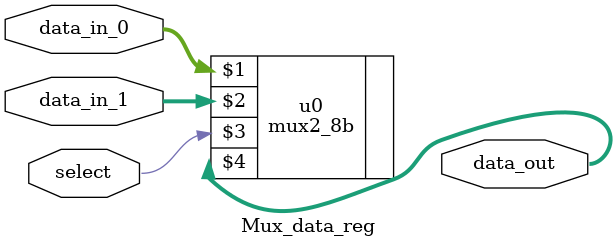
<source format=v>
/********************** Mux_x *********************************************/
module Mux_x (data_in_0, data_in_1, data_in_2, data_in_3, select, data_out);
parameter bus_width = 16;
parameter select_width = 2;

input [bus_width-1:0] data_in_0, data_in_1, data_in_2, data_in_3;
input [select_width-1:0] select;
output [bus_width-1:0] data_out;

mux_x u0 (data_in_0, data_in_1, data_in_2, data_in_3, select, data_out);

endmodule

/********************* Mux_y ***********************************************/
module Mux_y (data_in_0, data_in_1, data_in_2, data_in_3, data_in_4, data_in_5, data_in_6, data_in_7,
select, data_out);
parameter bus_width = 16;
parameter select_width = 4;

input [bus_width-1:0] data_in_0, data_in_1, data_in_2, data_in_3, data_in_4, data_in_5, data_in_6, data_in_7;
input [select_width-1:0] select;
output [bus_width-1:0] data_out;

//wire [bus_width-1:0] data_in_9, data_in_10, data_in_11, data_in_12, data_in_13, data_in_14, data_in_15;

mux8_16b u0 (data_in_0, data_in_1, data_in_2, data_in_3, data_in_4, data_in_5, data_in_6, data_in_7,
select, data_out);
//mux16_16b u0 (data_in_0, data_in_1, data_in_2, data_in_3, data_in_4, data_in_5, data_in_6, data_in_7, data_in_8,
//data_in_9, data_in_10, data_in_11, data_in_12, data_in_13, data_in_14, data_in_15,


endmodule

/********************* Mux_data_reg ****************************************/

module Mux_data_reg (data_in_0, data_in_1, select, data_out);
parameter bus_width = 8;
parameter select_width = 1;

input [bus_width-1:0] data_in_0, data_in_1;
input [select_width-1:0] select;
output [bus_width-1:0] data_out;

mux2_8b u0 (data_in_0, data_in_1, select, data_out);

endmodule


</source>
